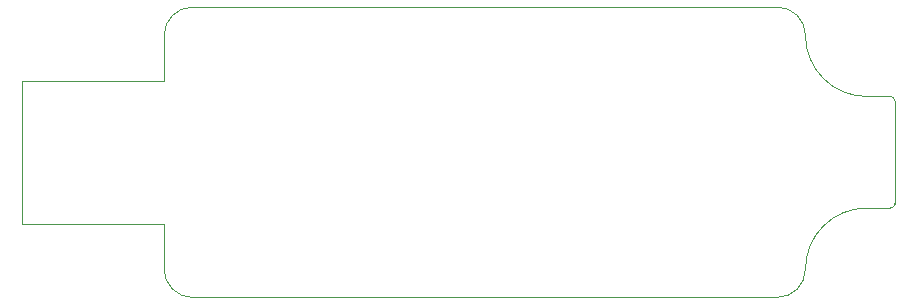
<source format=gbr>
%TF.GenerationSoftware,KiCad,Pcbnew,(5.1.6)-1*%
%TF.CreationDate,2020-12-01T11:19:40+01:00*%
%TF.ProjectId,LoRa_Dongle,4c6f5261-5f44-46f6-9e67-6c652e6b6963,rev?*%
%TF.SameCoordinates,Original*%
%TF.FileFunction,Profile,NP*%
%FSLAX46Y46*%
G04 Gerber Fmt 4.6, Leading zero omitted, Abs format (unit mm)*
G04 Created by KiCad (PCBNEW (5.1.6)-1) date 2020-12-01 11:19:40*
%MOMM*%
%LPD*%
G01*
G04 APERTURE LIST*
%TA.AperFunction,Profile*%
%ADD10C,0.050000*%
%TD*%
G04 APERTURE END LIST*
D10*
X84099400Y61925200D02*
G75*
G02*
X84480400Y61544200I0J-381000D01*
G01*
X84480400Y52857400D02*
G75*
G02*
X84099400Y52476400I-381000J0D01*
G01*
X76911200Y47294800D02*
G75*
G02*
X74523600Y44907200I-2387600J0D01*
G01*
X76911200Y47294800D02*
G75*
G02*
X82092800Y52476400I5181600J0D01*
G01*
X84099400Y52476400D02*
X82092800Y52476400D01*
X84099400Y61925200D02*
X82092800Y61925200D01*
X82092800Y61925200D02*
G75*
G02*
X76911200Y67106800I0J5181600D01*
G01*
X74523600Y69494400D02*
G75*
G02*
X76911200Y67106800I0J-2387600D01*
G01*
X25019000Y44907200D02*
G75*
G02*
X22606000Y47320200I0J2413000D01*
G01*
X22606000Y67081400D02*
G75*
G02*
X25019000Y69494400I2413000J0D01*
G01*
X25019000Y44907200D02*
X74523600Y44907200D01*
X22606000Y47320200D02*
X22606000Y51155600D01*
X10591800Y51155600D02*
X22606000Y51155600D01*
X10591800Y63246000D02*
X10591800Y51155600D01*
X84480400Y61544200D02*
X84480400Y52857400D01*
X25019000Y69494400D02*
X74523600Y69494400D01*
X22606000Y63246000D02*
X22606000Y67081400D01*
X10591800Y63246000D02*
X22606000Y63246000D01*
M02*

</source>
